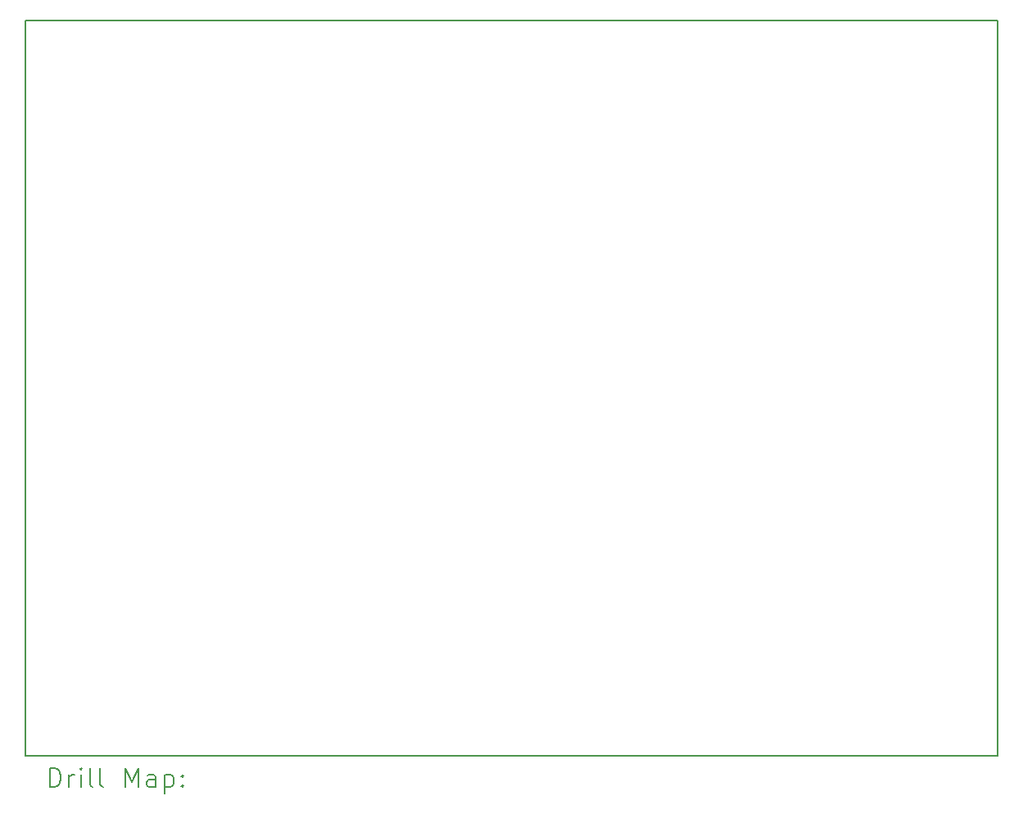
<source format=gbr>
%TF.GenerationSoftware,KiCad,Pcbnew,8.0.1-8.0.1-0~ubuntu23.10.1*%
%TF.CreationDate,2024-04-17T17:53:06-04:00*%
%TF.ProjectId,Bitstream_Evolution_Filterboard,42697473-7472-4656-916d-5f45766f6c75,rev?*%
%TF.SameCoordinates,Original*%
%TF.FileFunction,Drillmap*%
%TF.FilePolarity,Positive*%
%FSLAX45Y45*%
G04 Gerber Fmt 4.5, Leading zero omitted, Abs format (unit mm)*
G04 Created by KiCad (PCBNEW 8.0.1-8.0.1-0~ubuntu23.10.1) date 2024-04-17 17:53:06*
%MOMM*%
%LPD*%
G01*
G04 APERTURE LIST*
%ADD10C,0.200000*%
G04 APERTURE END LIST*
D10*
X6050000Y-6819000D02*
X16100000Y-6819000D01*
X16100000Y-14419000D01*
X6050000Y-14419000D01*
X6050000Y-6819000D01*
X6300777Y-14740484D02*
X6300777Y-14540484D01*
X6300777Y-14540484D02*
X6348396Y-14540484D01*
X6348396Y-14540484D02*
X6376967Y-14550008D01*
X6376967Y-14550008D02*
X6396015Y-14569055D01*
X6396015Y-14569055D02*
X6405539Y-14588103D01*
X6405539Y-14588103D02*
X6415062Y-14626198D01*
X6415062Y-14626198D02*
X6415062Y-14654769D01*
X6415062Y-14654769D02*
X6405539Y-14692865D01*
X6405539Y-14692865D02*
X6396015Y-14711912D01*
X6396015Y-14711912D02*
X6376967Y-14730960D01*
X6376967Y-14730960D02*
X6348396Y-14740484D01*
X6348396Y-14740484D02*
X6300777Y-14740484D01*
X6500777Y-14740484D02*
X6500777Y-14607150D01*
X6500777Y-14645246D02*
X6510301Y-14626198D01*
X6510301Y-14626198D02*
X6519824Y-14616674D01*
X6519824Y-14616674D02*
X6538872Y-14607150D01*
X6538872Y-14607150D02*
X6557920Y-14607150D01*
X6624586Y-14740484D02*
X6624586Y-14607150D01*
X6624586Y-14540484D02*
X6615062Y-14550008D01*
X6615062Y-14550008D02*
X6624586Y-14559531D01*
X6624586Y-14559531D02*
X6634110Y-14550008D01*
X6634110Y-14550008D02*
X6624586Y-14540484D01*
X6624586Y-14540484D02*
X6624586Y-14559531D01*
X6748396Y-14740484D02*
X6729348Y-14730960D01*
X6729348Y-14730960D02*
X6719824Y-14711912D01*
X6719824Y-14711912D02*
X6719824Y-14540484D01*
X6853158Y-14740484D02*
X6834110Y-14730960D01*
X6834110Y-14730960D02*
X6824586Y-14711912D01*
X6824586Y-14711912D02*
X6824586Y-14540484D01*
X7081729Y-14740484D02*
X7081729Y-14540484D01*
X7081729Y-14540484D02*
X7148396Y-14683341D01*
X7148396Y-14683341D02*
X7215062Y-14540484D01*
X7215062Y-14540484D02*
X7215062Y-14740484D01*
X7396015Y-14740484D02*
X7396015Y-14635722D01*
X7396015Y-14635722D02*
X7386491Y-14616674D01*
X7386491Y-14616674D02*
X7367443Y-14607150D01*
X7367443Y-14607150D02*
X7329348Y-14607150D01*
X7329348Y-14607150D02*
X7310301Y-14616674D01*
X7396015Y-14730960D02*
X7376967Y-14740484D01*
X7376967Y-14740484D02*
X7329348Y-14740484D01*
X7329348Y-14740484D02*
X7310301Y-14730960D01*
X7310301Y-14730960D02*
X7300777Y-14711912D01*
X7300777Y-14711912D02*
X7300777Y-14692865D01*
X7300777Y-14692865D02*
X7310301Y-14673817D01*
X7310301Y-14673817D02*
X7329348Y-14664293D01*
X7329348Y-14664293D02*
X7376967Y-14664293D01*
X7376967Y-14664293D02*
X7396015Y-14654769D01*
X7491253Y-14607150D02*
X7491253Y-14807150D01*
X7491253Y-14616674D02*
X7510301Y-14607150D01*
X7510301Y-14607150D02*
X7548396Y-14607150D01*
X7548396Y-14607150D02*
X7567443Y-14616674D01*
X7567443Y-14616674D02*
X7576967Y-14626198D01*
X7576967Y-14626198D02*
X7586491Y-14645246D01*
X7586491Y-14645246D02*
X7586491Y-14702388D01*
X7586491Y-14702388D02*
X7576967Y-14721436D01*
X7576967Y-14721436D02*
X7567443Y-14730960D01*
X7567443Y-14730960D02*
X7548396Y-14740484D01*
X7548396Y-14740484D02*
X7510301Y-14740484D01*
X7510301Y-14740484D02*
X7491253Y-14730960D01*
X7672205Y-14721436D02*
X7681729Y-14730960D01*
X7681729Y-14730960D02*
X7672205Y-14740484D01*
X7672205Y-14740484D02*
X7662682Y-14730960D01*
X7662682Y-14730960D02*
X7672205Y-14721436D01*
X7672205Y-14721436D02*
X7672205Y-14740484D01*
X7672205Y-14616674D02*
X7681729Y-14626198D01*
X7681729Y-14626198D02*
X7672205Y-14635722D01*
X7672205Y-14635722D02*
X7662682Y-14626198D01*
X7662682Y-14626198D02*
X7672205Y-14616674D01*
X7672205Y-14616674D02*
X7672205Y-14635722D01*
M02*

</source>
